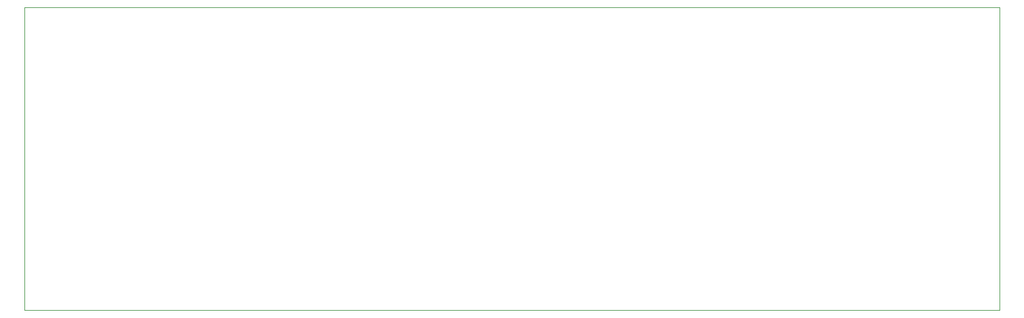
<source format=gbr>
%TF.GenerationSoftware,KiCad,Pcbnew,5.1.6*%
%TF.CreationDate,2020-06-19T21:58:21+02:00*%
%TF.ProjectId,laptop2usb,6c617074-6f70-4327-9573-622e6b696361,rev?*%
%TF.SameCoordinates,Original*%
%TF.FileFunction,Profile,NP*%
%FSLAX46Y46*%
G04 Gerber Fmt 4.6, Leading zero omitted, Abs format (unit mm)*
G04 Created by KiCad (PCBNEW 5.1.6) date 2020-06-19 21:58:21*
%MOMM*%
%LPD*%
G01*
G04 APERTURE LIST*
%TA.AperFunction,Profile*%
%ADD10C,0.050000*%
%TD*%
G04 APERTURE END LIST*
D10*
X187500000Y-90500000D02*
X52500000Y-90500000D01*
X187500000Y-132500000D02*
X187500000Y-90500000D01*
X52500000Y-132500000D02*
X187500000Y-132500000D01*
X52500000Y-90500000D02*
X52500000Y-132500000D01*
M02*

</source>
